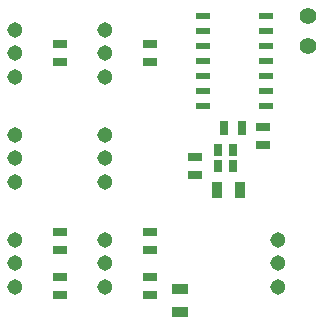
<source format=gts>
G04 (created by PCBNEW-RS274X (2011-05-25)-stable) date Sun 16 Mar 2014 03:21:54 PM CDT*
G01*
G70*
G90*
%MOIN*%
G04 Gerber Fmt 3.4, Leading zero omitted, Abs format*
%FSLAX34Y34*%
G04 APERTURE LIST*
%ADD10C,0.006000*%
%ADD11C,0.051400*%
%ADD12R,0.045200X0.020200*%
%ADD13R,0.045200X0.025200*%
%ADD14R,0.025200X0.045200*%
%ADD15R,0.055200X0.035200*%
%ADD16C,0.055200*%
%ADD17R,0.035200X0.055200*%
%ADD18R,0.027800X0.039600*%
G04 APERTURE END LIST*
G54D10*
G54D11*
X20950Y-17350D03*
X20950Y-18137D03*
X20950Y-16563D03*
X15200Y-17350D03*
X15200Y-18137D03*
X15200Y-16563D03*
X12200Y-17350D03*
X12200Y-18137D03*
X12200Y-16563D03*
X15200Y-13850D03*
X15200Y-14637D03*
X15200Y-13063D03*
X12200Y-13850D03*
X12200Y-14637D03*
X12200Y-13063D03*
X15200Y-10350D03*
X15200Y-11137D03*
X15200Y-09563D03*
X12200Y-10350D03*
X12200Y-11137D03*
X12200Y-09563D03*
G54D12*
X20550Y-12100D03*
X20550Y-11600D03*
X20550Y-11100D03*
X20550Y-10600D03*
X20550Y-10100D03*
X20550Y-09600D03*
X20550Y-09100D03*
X18450Y-09100D03*
X18450Y-09600D03*
X18450Y-10100D03*
X18450Y-10600D03*
X18450Y-11100D03*
X18450Y-11600D03*
X18450Y-12100D03*
G54D13*
X13700Y-10650D03*
X13700Y-10050D03*
G54D14*
X19750Y-12850D03*
X19150Y-12850D03*
G54D15*
X17700Y-18975D03*
X17700Y-18225D03*
G54D13*
X16700Y-10650D03*
X16700Y-10050D03*
X13700Y-16900D03*
X13700Y-16300D03*
X16700Y-16900D03*
X16700Y-16300D03*
X13700Y-18400D03*
X13700Y-17800D03*
X16700Y-18400D03*
X16700Y-17800D03*
G54D16*
X21950Y-09100D03*
X21950Y-10100D03*
G54D17*
X19675Y-14900D03*
X18925Y-14900D03*
G54D13*
X18200Y-14400D03*
X18200Y-13800D03*
X20450Y-12800D03*
X20450Y-13400D03*
G54D18*
X18964Y-14126D03*
X18964Y-13574D03*
X19436Y-13574D03*
X19436Y-14126D03*
M02*

</source>
